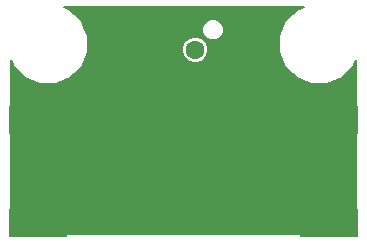
<source format=gbr>
G04 #@! TF.GenerationSoftware,KiCad,Pcbnew,5.0.1-33cea8e~68~ubuntu16.04.1*
G04 #@! TF.CreationDate,2018-11-05T22:20:25+00:00*
G04 #@! TF.ProjectId,pa,70612E6B696361645F70636200000000,rev?*
G04 #@! TF.SameCoordinates,Original*
G04 #@! TF.FileFunction,Copper,L2,Bot,Signal*
G04 #@! TF.FilePolarity,Positive*
%FSLAX46Y46*%
G04 Gerber Fmt 4.6, Leading zero omitted, Abs format (unit mm)*
G04 Created by KiCad (PCBNEW 5.0.1-33cea8e~68~ubuntu16.04.1) date Mon 05 Nov 2018 10:20:25 PM GMT*
%MOMM*%
%LPD*%
G01*
G04 APERTURE LIST*
G04 #@! TA.AperFunction,ComponentPad*
%ADD10C,1.600000*%
G04 #@! TD*
G04 #@! TA.AperFunction,SMDPad,CuDef*
%ADD11R,5.000000X2.400000*%
G04 #@! TD*
G04 #@! TA.AperFunction,ViaPad*
%ADD12C,0.800000*%
G04 #@! TD*
G04 #@! TA.AperFunction,Conductor*
%ADD13C,0.200000*%
G04 #@! TD*
G04 APERTURE END LIST*
D10*
G04 #@! TO.P,J1,1*
G04 #@! TO.N,12v*
X66000000Y-74000000D03*
G04 #@! TO.P,J1,2*
G04 #@! TO.N,GND*
X64000000Y-74000000D03*
G04 #@! TD*
D11*
G04 #@! TO.P,P1,2*
G04 #@! TO.N,GND*
X52700000Y-79925000D03*
X52700000Y-88675000D03*
G04 #@! TD*
G04 #@! TO.P,P2,2*
G04 #@! TO.N,GND*
X77300000Y-79925000D03*
X77300000Y-88675000D03*
G04 #@! TD*
D12*
G04 #@! TO.N,GND*
X51200000Y-82200000D03*
X52800000Y-82200000D03*
X54400000Y-82200000D03*
X60200000Y-83600000D03*
X66400000Y-85800000D03*
X68000000Y-85800000D03*
X69600000Y-85800000D03*
X71000000Y-85800000D03*
X62600000Y-83600000D03*
X62600000Y-86400000D03*
X60200000Y-86400000D03*
X60200000Y-85000000D03*
X62600000Y-85000000D03*
X61400000Y-85000000D03*
X61400000Y-83600000D03*
X61400000Y-86400000D03*
X66400000Y-82600000D03*
X69600000Y-82600000D03*
X71000000Y-82600000D03*
X68000000Y-82600000D03*
X77200000Y-82200000D03*
X75600000Y-82200000D03*
X78600000Y-82200000D03*
X78600000Y-86400000D03*
X75600000Y-86400000D03*
X77200000Y-86400000D03*
X72800000Y-85600000D03*
X72800000Y-83000000D03*
X52800000Y-86400000D03*
X51200000Y-86400000D03*
X54400000Y-86400000D03*
X56400000Y-85600000D03*
X56400000Y-83000000D03*
X58600000Y-81600000D03*
X64200000Y-81600000D03*
X61400000Y-81600000D03*
X60000000Y-81600000D03*
X62800000Y-81600000D03*
X61400000Y-88200000D03*
X64200000Y-88200000D03*
X62800000Y-88200000D03*
X58600000Y-88200000D03*
X60000000Y-88200000D03*
X64000000Y-75800000D03*
X64000000Y-72200000D03*
X62200000Y-74000000D03*
X62600000Y-75400000D03*
X62600000Y-72600000D03*
G04 #@! TD*
D13*
G04 #@! TO.N,GND*
G36*
X74574055Y-70617619D02*
X73617619Y-71574055D01*
X73100000Y-72823698D01*
X73100000Y-74176302D01*
X73617619Y-75425945D01*
X74574055Y-76382381D01*
X75823698Y-76900000D01*
X77176302Y-76900000D01*
X78425945Y-76382381D01*
X79382381Y-75425945D01*
X79625000Y-74840211D01*
X79625001Y-89625000D01*
X50375000Y-89625000D01*
X50375000Y-74840211D01*
X50617619Y-75425945D01*
X51574055Y-76382381D01*
X52823698Y-76900000D01*
X54176302Y-76900000D01*
X55425945Y-76382381D01*
X56382381Y-75425945D01*
X56900000Y-74176302D01*
X56900000Y-73781196D01*
X64900000Y-73781196D01*
X64900000Y-74218804D01*
X65067465Y-74623100D01*
X65376900Y-74932535D01*
X65781196Y-75100000D01*
X66218804Y-75100000D01*
X66623100Y-74932535D01*
X66932535Y-74623100D01*
X67100000Y-74218804D01*
X67100000Y-73781196D01*
X66932535Y-73376900D01*
X66623100Y-73067465D01*
X66218804Y-72900000D01*
X65781196Y-72900000D01*
X65376900Y-73067465D01*
X65067465Y-73376900D01*
X64900000Y-73781196D01*
X56900000Y-73781196D01*
X56900000Y-72823698D01*
X56608925Y-72120979D01*
X66600000Y-72120979D01*
X66600000Y-72479021D01*
X66737017Y-72809809D01*
X66990191Y-73062983D01*
X67320979Y-73200000D01*
X67679021Y-73200000D01*
X68009809Y-73062983D01*
X68262983Y-72809809D01*
X68400000Y-72479021D01*
X68400000Y-72120979D01*
X68262983Y-71790191D01*
X68009809Y-71537017D01*
X67679021Y-71400000D01*
X67320979Y-71400000D01*
X66990191Y-71537017D01*
X66737017Y-71790191D01*
X66600000Y-72120979D01*
X56608925Y-72120979D01*
X56382381Y-71574055D01*
X55425945Y-70617619D01*
X54840211Y-70375000D01*
X75159789Y-70375000D01*
X74574055Y-70617619D01*
X74574055Y-70617619D01*
G37*
X74574055Y-70617619D02*
X73617619Y-71574055D01*
X73100000Y-72823698D01*
X73100000Y-74176302D01*
X73617619Y-75425945D01*
X74574055Y-76382381D01*
X75823698Y-76900000D01*
X77176302Y-76900000D01*
X78425945Y-76382381D01*
X79382381Y-75425945D01*
X79625000Y-74840211D01*
X79625001Y-89625000D01*
X50375000Y-89625000D01*
X50375000Y-74840211D01*
X50617619Y-75425945D01*
X51574055Y-76382381D01*
X52823698Y-76900000D01*
X54176302Y-76900000D01*
X55425945Y-76382381D01*
X56382381Y-75425945D01*
X56900000Y-74176302D01*
X56900000Y-73781196D01*
X64900000Y-73781196D01*
X64900000Y-74218804D01*
X65067465Y-74623100D01*
X65376900Y-74932535D01*
X65781196Y-75100000D01*
X66218804Y-75100000D01*
X66623100Y-74932535D01*
X66932535Y-74623100D01*
X67100000Y-74218804D01*
X67100000Y-73781196D01*
X66932535Y-73376900D01*
X66623100Y-73067465D01*
X66218804Y-72900000D01*
X65781196Y-72900000D01*
X65376900Y-73067465D01*
X65067465Y-73376900D01*
X64900000Y-73781196D01*
X56900000Y-73781196D01*
X56900000Y-72823698D01*
X56608925Y-72120979D01*
X66600000Y-72120979D01*
X66600000Y-72479021D01*
X66737017Y-72809809D01*
X66990191Y-73062983D01*
X67320979Y-73200000D01*
X67679021Y-73200000D01*
X68009809Y-73062983D01*
X68262983Y-72809809D01*
X68400000Y-72479021D01*
X68400000Y-72120979D01*
X68262983Y-71790191D01*
X68009809Y-71537017D01*
X67679021Y-71400000D01*
X67320979Y-71400000D01*
X66990191Y-71537017D01*
X66737017Y-71790191D01*
X66600000Y-72120979D01*
X56608925Y-72120979D01*
X56382381Y-71574055D01*
X55425945Y-70617619D01*
X54840211Y-70375000D01*
X75159789Y-70375000D01*
X74574055Y-70617619D01*
G04 #@! TD*
M02*

</source>
